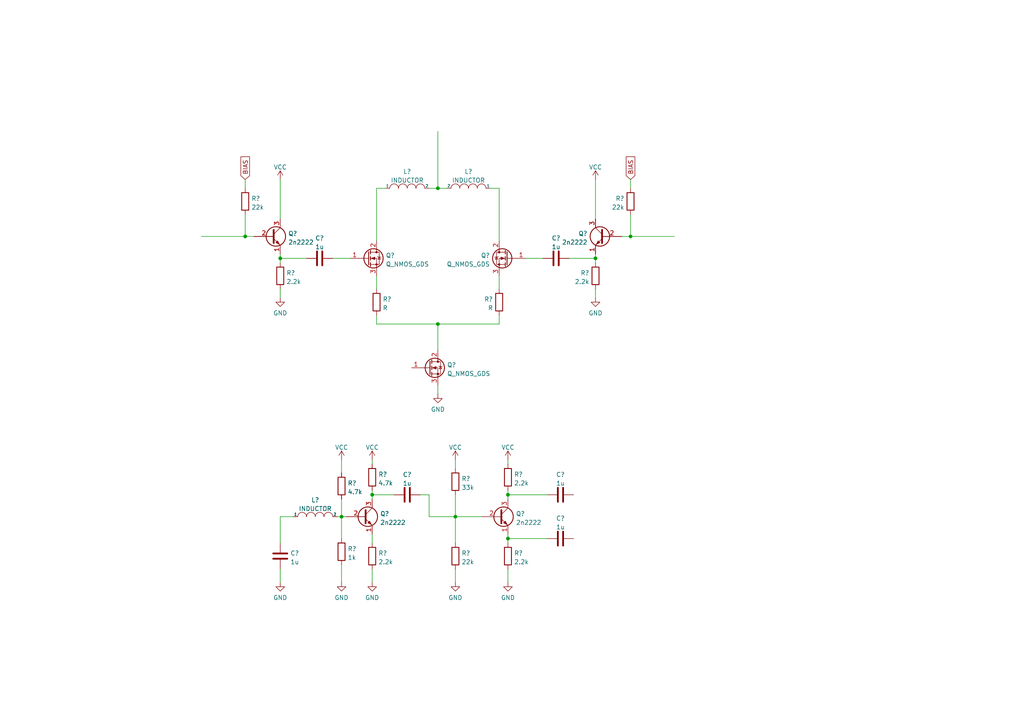
<source format=kicad_sch>
(kicad_sch (version 20211123) (generator eeschema)
  (paper "A4")
  (lib_symbols
    (symbol "Device:C" (pin_numbers hide) (pin_names (offset 0.254))
      (property "Reference" "C" (at 0.635 2.54 0))
      (property "Value" "C" (at 0.635 -2.54 0))
      (symbol "C_0_1"
        (polyline (pts (xy -2.032 -0.762) (xy 2.032 -0.762)) (stroke (width 0.508)))
        (polyline (pts (xy -2.032 0.762) (xy 2.032 0.762)) (stroke (width 0.508)))
      )
      (symbol "C_1_1"
        (pin passive line (at 0 3.81 270) (length 2.794) (name "~") (number "1"))
        (pin passive line (at 0 -3.81 90) (length 2.794) (name "~") (number "2"))
      )
    )
    (symbol "Device:Q_NMOS_GDS" (pin_names (offset 0) hide)
      (property "Reference" "Q" (at 5.08 1.27 0))
      (property "Value" "Q_NMOS_GDS" (at 5.08 -1.27 0))
      (symbol "Q_NMOS_GDS_0_1"
        (polyline (pts (xy 0.254 0) (xy -2.54 0)))
        (polyline (pts (xy 0.254 1.905) (xy 0.254 -1.905)) (stroke (width 0.254)))
        (polyline (pts (xy 0.762 -1.27) (xy 0.762 -2.286)) (stroke (width 0.254)))
        (polyline (pts (xy 0.762 0.508) (xy 0.762 -0.508)) (stroke (width 0.254)))
        (polyline (pts (xy 0.762 2.286) (xy 0.762 1.27)) (stroke (width 0.254)))
        (polyline (pts (xy 2.54 2.54) (xy 2.54 1.778)))
        (polyline (pts (xy 2.54 -2.54) (xy 2.54 0) (xy 0.762 0)))
        (polyline (pts (xy 0.762 -1.778) (xy 3.302 -1.778) (xy 3.302 1.778) (xy 0.762 1.778)))
        (polyline (pts (xy 1.016 0) (xy 2.032 0.381) (xy 2.032 -0.381) (xy 1.016 0)) (fill (type outline)))
        (polyline (pts (xy 2.794 0.508) (xy 2.921 0.381) (xy 3.683 0.381) (xy 3.81 0.254)))
        (polyline (pts (xy 3.302 0.381) (xy 2.921 -0.254) (xy 3.683 -0.254) (xy 3.302 0.381)))
        (circle (center 1.651 0) (radius 2.794) (stroke (width 0.254)))
        (circle (center 2.54 -1.778) (radius 0.254) (fill (type outline)))
        (circle (center 2.54 1.778) (radius 0.254) (fill (type outline)))
      )
      (symbol "Q_NMOS_GDS_1_1"
        (pin input line (at -5.08 0 0) (length 2.54) (name "G") (number "1"))
        (pin passive line (at 2.54 5.08 270) (length 2.54) (name "D") (number "2"))
        (pin passive line (at 2.54 -5.08 90) (length 2.54) (name "S") (number "3"))
      )
    )
    (symbol "Device:Q_NPN_EBC" (pin_names (offset 0) hide)
      (property "Reference" "Q" (at 5.08 1.27 0))
      (property "Value" "Q_NPN_EBC" (at 5.08 -1.27 0))
      (symbol "Q_NPN_EBC_0_1"
        (polyline (pts (xy 0.635 0.635) (xy 2.54 2.54)))
        (polyline (pts (xy 0.635 -0.635) (xy 2.54 -2.54) (xy 2.54 -2.54)))
        (polyline (pts (xy 0.635 1.905) (xy 0.635 -1.905) (xy 0.635 -1.905)) (stroke (width 0.508)))
        (polyline (pts (xy 1.27 -1.778) (xy 1.778 -1.27) (xy 2.286 -2.286) (xy 1.27 -1.778) (xy 1.27 -1.778)) (fill (type outline)))
        (circle (center 1.27 0) (radius 2.8194) (stroke (width 0.254)))
      )
      (symbol "Q_NPN_EBC_1_1"
        (pin passive line (at 2.54 -5.08 90) (length 2.54) (name "E") (number "1"))
        (pin passive line (at -5.08 0 0) (length 5.715) (name "B") (number "2"))
        (pin passive line (at 2.54 5.08 270) (length 2.54) (name "C") (number "3"))
      )
    )
    (symbol "Device:R" (pin_numbers hide) (pin_names (offset 0))
      (property "Reference" "R" (at 2.032 0 90))
      (property "Value" "R" (at 0 0 90))
      (symbol "R_0_1"
        (rectangle (start -1.016 -2.54) (end 1.016 2.54) (stroke (width 0.254)))
      )
      (symbol "R_1_1"
        (pin passive line (at 0 3.81 270) (length 1.27) (name "~") (number "1"))
        (pin passive line (at 0 -3.81 90) (length 1.27) (name "~") (number "2"))
      )
    )
    (symbol "power:GND" (power) (pin_names (offset 0))
      (property "Value" "GND" (at 0 -3.81 0))
      (symbol "GND_0_1"
        (polyline (pts (xy 0 0) (xy 0 -1.27) (xy 1.27 -1.27) (xy 0 -2.54) (xy -1.27 -1.27) (xy 0 -1.27)))
      )
      (symbol "GND_1_1"
        (pin power_in line (at 0 0 270) (length 0) hide (name "GND") (number "1"))
      )
    )
    (symbol "power:VCC" (power) (pin_names (offset 0))
      (property "Value" "VCC" (at 0 3.81 0))
      (symbol "VCC_0_1"
        (polyline (pts (xy -0.762 1.27) (xy 0 2.54)))
        (polyline (pts (xy 0 0) (xy 0 2.54)))
        (polyline (pts (xy 0 2.54) (xy 0.762 1.27)))
      )
      (symbol "VCC_1_1"
        (pin power_in line (at 0 0 90) (length 0) hide (name "VCC") (number "1"))
      )
    )
    (symbol "pspice:INDUCTOR" (pin_numbers hide) (pin_names (offset 0))
      (property "Reference" "L" (at 0 2.54 0))
      (property "Value" "INDUCTOR" (at 0 -1.27 0))
      (symbol "INDUCTOR_0_1"
        (arc (start -2.54 0) (mid -3.81 1.27) (end -5.08 0))
        (arc (start 0 0) (mid -1.27 1.27) (end -2.54 0))
        (arc (start 2.54 0) (mid 1.27 1.27) (end 0 0))
        (arc (start 5.08 0) (mid 3.81 1.27) (end 2.54 0))
      )
      (symbol "INDUCTOR_1_1"
        (pin input line (at -6.35 0 0) (length 1.27) (name "1") (number "1"))
        (pin input line (at 6.35 0 180) (length 1.27) (name "2") (number "2"))
      )
    )
  )
  (junction (at 71.12 68.58))
  (junction (at 107.95 143.51))
  (junction (at 127 54.61))
  (junction (at 127 93.98))
  (junction (at 172.72 74.93))
  (junction (at 147.32 143.51))
  (junction (at 81.28 74.93))
  (junction (at 132.08 149.86))
  (junction (at 147.32 156.21))
  (junction (at 182.88 68.58))
  (junction (at 99.06 149.86))
  (wire (pts (xy 81.28 83.82) (xy 81.28 86.36)))
  (wire (pts (xy 81.28 74.93) (xy 88.9 74.93)))
  (wire (pts (xy 81.28 149.86) (xy 85.09 149.86)))
  (wire (pts (xy 81.28 149.86) (xy 81.28 157.48)))
  (wire (pts (xy 109.22 80.01) (xy 109.22 83.82)))
  (wire (pts (xy 144.78 54.61) (xy 142.24 54.61)))
  (wire (pts (xy 182.88 52.07) (xy 182.88 54.61)))
  (wire (pts (xy 109.22 91.44) (xy 109.22 93.98)))
  (wire (pts (xy 195.58 68.58) (xy 182.88 68.58)))
  (wire (pts (xy 71.12 68.58) (xy 73.66 68.58)))
  (wire (pts (xy 127 54.61) (xy 129.54 54.61)))
  (wire (pts (xy 132.08 143.51) (xy 132.08 149.86)))
  (wire (pts (xy 99.06 149.86) (xy 97.79 149.86)))
  (wire (pts (xy 172.72 83.82) (xy 172.72 86.36)))
  (wire (pts (xy 81.28 52.07) (xy 81.28 63.5)))
  (wire (pts (xy 147.32 165.1) (xy 147.32 168.91)))
  (wire (pts (xy 107.95 133.35) (xy 107.95 134.62)))
  (wire (pts (xy 124.46 149.86) (xy 132.08 149.86)))
  (wire (pts (xy 132.08 149.86) (xy 139.7 149.86)))
  (wire (pts (xy 100.33 149.86) (xy 99.06 149.86)))
  (wire (pts (xy 172.72 52.07) (xy 172.72 63.5)))
  (wire (pts (xy 99.06 163.83) (xy 99.06 168.91)))
  (wire (pts (xy 81.28 76.2) (xy 81.28 74.93)))
  (wire (pts (xy 157.48 74.93) (xy 152.4 74.93)))
  (wire (pts (xy 147.32 156.21) (xy 158.75 156.21)))
  (wire (pts (xy 71.12 62.23) (xy 71.12 68.58)))
  (wire (pts (xy 99.06 133.35) (xy 99.06 137.16)))
  (wire (pts (xy 182.88 68.58) (xy 180.34 68.58)))
  (wire (pts (xy 172.72 74.93) (xy 172.72 73.66)))
  (wire (pts (xy 127 93.98) (xy 144.78 93.98)))
  (wire (pts (xy 172.72 76.2) (xy 172.72 74.93)))
  (wire (pts (xy 99.06 149.86) (xy 99.06 156.21)))
  (wire (pts (xy 99.06 144.78) (xy 99.06 149.86)))
  (wire (pts (xy 144.78 80.01) (xy 144.78 83.82)))
  (wire (pts (xy 132.08 133.35) (xy 132.08 135.89)))
  (wire (pts (xy 107.95 165.1) (xy 107.95 168.91)))
  (wire (pts (xy 124.46 54.61) (xy 127 54.61)))
  (wire (pts (xy 109.22 54.61) (xy 111.76 54.61)))
  (wire (pts (xy 132.08 165.1) (xy 132.08 168.91)))
  (wire (pts (xy 144.78 54.61) (xy 144.78 69.85)))
  (wire (pts (xy 58.42 68.58) (xy 71.12 68.58)))
  (wire (pts (xy 107.95 154.94) (xy 107.95 157.48)))
  (wire (pts (xy 127 93.98) (xy 127 101.6)))
  (wire (pts (xy 147.32 154.94) (xy 147.32 156.21)))
  (wire (pts (xy 107.95 143.51) (xy 114.3 143.51)))
  (wire (pts (xy 81.28 74.93) (xy 81.28 73.66)))
  (wire (pts (xy 107.95 142.24) (xy 107.95 143.51)))
  (wire (pts (xy 147.32 142.24) (xy 147.32 143.51)))
  (wire (pts (xy 127 38.1) (xy 127 54.61)))
  (wire (pts (xy 147.32 143.51) (xy 147.32 144.78)))
  (wire (pts (xy 147.32 133.35) (xy 147.32 134.62)))
  (wire (pts (xy 124.46 143.51) (xy 124.46 149.86)))
  (wire (pts (xy 132.08 157.48) (xy 132.08 149.86)))
  (wire (pts (xy 172.72 74.93) (xy 165.1 74.93)))
  (wire (pts (xy 182.88 62.23) (xy 182.88 68.58)))
  (wire (pts (xy 147.32 156.21) (xy 147.32 157.48)))
  (wire (pts (xy 107.95 143.51) (xy 107.95 144.78)))
  (wire (pts (xy 127 111.76) (xy 127 114.3)))
  (wire (pts (xy 109.22 93.98) (xy 127 93.98)))
  (wire (pts (xy 71.12 52.07) (xy 71.12 54.61)))
  (wire (pts (xy 96.52 74.93) (xy 101.6 74.93)))
  (wire (pts (xy 81.28 165.1) (xy 81.28 168.91)))
  (wire (pts (xy 109.22 54.61) (xy 109.22 69.85)))
  (wire (pts (xy 147.32 143.51) (xy 158.75 143.51)))
  (wire (pts (xy 121.92 143.51) (xy 124.46 143.51)))
  (wire (pts (xy 144.78 93.98) (xy 144.78 91.44)))
  (global_label "BIAS" (shape input) (at 71.12 52.07 90) (property "Intersheet References" "${INTERSHEET_REFS}" (effects hide)))
  (global_label "BIAS" (shape input) (at 182.88 52.07 90) (property "Intersheet References" "${INTERSHEET_REFS}" (effects hide)))
  (symbol (lib_id "Device:R") (at 144.78 87.63 0) (mirror y) (unit 1)
    (property "Reference" "R?" (at 143.002 86.7953 0) (effects (justify left)))
    (property "Value" "R" (at 143.002 89.3322 0) (effects (justify left)))
  )
  (symbol (lib_id "Device:R") (at 99.06 160.02 0) (unit 1)
    (property "Reference" "R?" (at 100.838 159.1853 0) (effects (justify left)))
    (property "Value" "1k" (at 100.838 161.7222 0) (effects (justify left)))
  )
  (symbol (lib_id "Device:Q_NMOS_GDS") (at 106.68 74.93 0) (unit 1)
    (property "Reference" "Q?" (at 111.887 74.0953 0) (effects (justify left)))
    (property "Value" "Q_NMOS_GDS" (at 111.887 76.6322 0) (effects (justify left)))
  )
  (symbol (lib_id "power:GND") (at 81.28 168.91 0) (unit 1)
    (property "Reference" "#PWR?" (effects hide))
    (property "Value" "GND" (at 81.28 173.3534 0))
  )
  (symbol (lib_id "power:GND") (at 172.72 86.36 0) (mirror y) (unit 1)
    (property "Reference" "#PWR?" (effects hide))
    (property "Value" "GND" (at 172.72 90.8034 0))
  )
  (symbol (lib_id "Device:R") (at 132.08 139.7 0) (unit 1)
    (property "Reference" "R?" (at 133.858 138.8653 0) (effects (justify left)))
    (property "Value" "33k" (at 133.858 141.4022 0) (effects (justify left)))
  )
  (symbol (lib_id "power:VCC") (at 107.95 133.35 0) (unit 1)
    (property "Reference" "#PWR?" (effects hide))
    (property "Value" "VCC" (at 107.95 129.7742 0))
  )
  (symbol (lib_id "power:VCC") (at 172.72 52.07 0) (mirror y) (unit 1)
    (property "Reference" "#PWR?" (effects hide))
    (property "Value" "VCC" (at 172.72 48.4942 0))
  )
  (symbol (lib_id "Device:R") (at 182.88 58.42 0) (mirror y) (unit 1)
    (property "Reference" "R?" (at 181.102 57.5853 0) (effects (justify left)))
    (property "Value" "22k" (at 181.102 60.1222 0) (effects (justify left)))
  )
  (symbol (lib_id "Device:C") (at 162.56 143.51 90) (unit 1)
    (property "Reference" "C?" (at 162.56 137.6512 90))
    (property "Value" "1u" (at 162.56 140.1881 90))
  )
  (symbol (lib_id "power:GND") (at 147.32 168.91 0) (unit 1)
    (property "Reference" "#PWR?" (effects hide))
    (property "Value" "GND" (at 147.32 173.3534 0))
  )
  (symbol (lib_id "Device:C") (at 92.71 74.93 90) (unit 1)
    (property "Reference" "C?" (at 92.71 69.0712 90))
    (property "Value" "1u" (at 92.71 71.6081 90))
  )
  (symbol (lib_id "Device:C") (at 161.29 74.93 270) (mirror x) (unit 1)
    (property "Reference" "C?" (at 161.29 69.0712 90))
    (property "Value" "1u" (at 161.29 71.6081 90))
  )
  (symbol (lib_id "pspice:INDUCTOR") (at 118.11 54.61 0) (unit 1)
    (property "Reference" "L?" (at 118.11 49.7672 0))
    (property "Value" "INDUCTOR" (at 118.11 52.3041 0))
  )
  (symbol (lib_id "power:GND") (at 81.28 86.36 0) (unit 1)
    (property "Reference" "#PWR?" (effects hide))
    (property "Value" "GND" (at 81.28 90.8034 0))
  )
  (symbol (lib_id "power:GND") (at 99.06 168.91 0) (unit 1)
    (property "Reference" "#PWR?" (effects hide))
    (property "Value" "GND" (at 99.06 173.3534 0))
  )
  (symbol (lib_id "Device:R") (at 81.28 80.01 0) (unit 1)
    (property "Reference" "R?" (at 83.058 79.1753 0) (effects (justify left)))
    (property "Value" "2.2k" (at 83.058 81.7122 0) (effects (justify left)))
  )
  (symbol (lib_id "power:VCC") (at 81.28 52.07 0) (unit 1)
    (property "Reference" "#PWR?" (effects hide))
    (property "Value" "VCC" (at 81.28 48.4942 0))
  )
  (symbol (lib_id "Device:C") (at 162.56 156.21 90) (unit 1)
    (property "Reference" "C?" (at 162.56 150.3512 90))
    (property "Value" "1u" (at 162.56 152.8881 90))
  )
  (symbol (lib_id "power:GND") (at 127 114.3 0) (mirror y) (unit 1)
    (property "Reference" "#PWR?" (effects hide))
    (property "Value" "GND" (at 127 118.7434 0))
  )
  (symbol (lib_id "Device:R") (at 109.22 87.63 0) (unit 1)
    (property "Reference" "R?" (at 110.998 86.7953 0) (effects (justify left)))
    (property "Value" "R" (at 110.998 89.3322 0) (effects (justify left)))
  )
  (symbol (lib_id "Device:Q_NPN_EBC") (at 78.74 68.58 0) (unit 1)
    (property "Reference" "Q?" (at 83.5914 67.7453 0) (effects (justify left)))
    (property "Value" "2n2222" (at 83.5914 70.2822 0) (effects (justify left)))
  )
  (symbol (lib_id "Device:R") (at 147.32 161.29 0) (unit 1)
    (property "Reference" "R?" (at 149.098 160.4553 0) (effects (justify left)))
    (property "Value" "2.2k" (at 149.098 162.9922 0) (effects (justify left)))
  )
  (symbol (lib_id "power:VCC") (at 147.32 133.35 0) (unit 1)
    (property "Reference" "#PWR?" (effects hide))
    (property "Value" "VCC" (at 147.32 129.7742 0))
  )
  (symbol (lib_id "pspice:INDUCTOR") (at 135.89 54.61 0) (mirror y) (unit 1)
    (property "Reference" "L?" (at 135.89 49.7672 0))
    (property "Value" "INDUCTOR" (at 135.89 52.3041 0))
  )
  (symbol (lib_id "Device:Q_NPN_EBC") (at 144.78 149.86 0) (unit 1)
    (property "Reference" "Q?" (at 149.6314 149.0253 0) (effects (justify left)))
    (property "Value" "2n2222" (at 149.6314 151.5622 0) (effects (justify left)))
  )
  (symbol (lib_id "power:VCC") (at 132.08 133.35 0) (unit 1)
    (property "Reference" "#PWR?" (effects hide))
    (property "Value" "VCC" (at 132.08 129.7742 0))
  )
  (symbol (lib_id "Device:Q_NMOS_GDS") (at 124.46 106.68 0) (unit 1)
    (property "Reference" "Q?" (at 129.667 105.8453 0) (effects (justify left)))
    (property "Value" "Q_NMOS_GDS" (at 129.667 108.3822 0) (effects (justify left)))
  )
  (symbol (lib_id "Device:R") (at 99.06 140.97 0) (unit 1)
    (property "Reference" "R?" (at 100.838 140.1353 0) (effects (justify left)))
    (property "Value" "4.7k" (at 100.838 142.6722 0) (effects (justify left)))
  )
  (symbol (lib_id "power:VCC") (at 99.06 133.35 0) (unit 1)
    (property "Reference" "#PWR?" (effects hide))
    (property "Value" "VCC" (at 99.06 129.7742 0))
  )
  (symbol (lib_id "Device:R") (at 147.32 138.43 0) (unit 1)
    (property "Reference" "R?" (at 149.098 137.5953 0) (effects (justify left)))
    (property "Value" "2.2k" (at 149.098 140.1322 0) (effects (justify left)))
  )
  (symbol (lib_id "Device:Q_NMOS_GDS") (at 147.32 74.93 0) (mirror y) (unit 1)
    (property "Reference" "Q?" (at 142.113 74.0953 0) (effects (justify left)))
    (property "Value" "Q_NMOS_GDS" (at 142.113 76.6322 0) (effects (justify left)))
  )
  (symbol (lib_id "Device:C") (at 118.11 143.51 90) (unit 1)
    (property "Reference" "C?" (at 118.11 137.6512 90))
    (property "Value" "1u" (at 118.11 140.1881 90))
  )
  (symbol (lib_id "Device:Q_NPN_EBC") (at 105.41 149.86 0) (unit 1)
    (property "Reference" "Q?" (at 110.2614 149.0253 0) (effects (justify left)))
    (property "Value" "2n2222" (at 110.2614 151.5622 0) (effects (justify left)))
  )
  (symbol (lib_id "power:GND") (at 107.95 168.91 0) (unit 1)
    (property "Reference" "#PWR?" (effects hide))
    (property "Value" "GND" (at 107.95 173.3534 0))
  )
  (symbol (lib_id "power:GND") (at 132.08 168.91 0) (unit 1)
    (property "Reference" "#PWR?" (effects hide))
    (property "Value" "GND" (at 132.08 173.3534 0))
  )
  (symbol (lib_id "Device:R") (at 107.95 138.43 0) (unit 1)
    (property "Reference" "R?" (at 109.728 137.5953 0) (effects (justify left)))
    (property "Value" "4.7k" (at 109.728 140.1322 0) (effects (justify left)))
  )
  (symbol (lib_id "Device:C") (at 81.28 161.29 0) (unit 1)
    (property "Reference" "C?" (at 84.201 160.4553 0) (effects (justify left)))
    (property "Value" "1u" (at 84.201 162.9922 0) (effects (justify left)))
  )
  (symbol (lib_id "Device:Q_NPN_EBC") (at 175.26 68.58 0) (mirror y) (unit 1)
    (property "Reference" "Q?" (at 170.4086 67.7453 0) (effects (justify left)))
    (property "Value" "2n2222" (at 170.4086 70.2822 0) (effects (justify left)))
  )
  (symbol (lib_id "Device:R") (at 132.08 161.29 0) (unit 1)
    (property "Reference" "R?" (at 133.858 160.4553 0) (effects (justify left)))
    (property "Value" "22k" (at 133.858 162.9922 0) (effects (justify left)))
  )
  (symbol (lib_id "Device:R") (at 107.95 161.29 0) (unit 1)
    (property "Reference" "R?" (at 109.728 160.4553 0) (effects (justify left)))
    (property "Value" "2.2k" (at 109.728 162.9922 0) (effects (justify left)))
  )
  (symbol (lib_id "Device:R") (at 172.72 80.01 0) (mirror y) (unit 1)
    (property "Reference" "R?" (at 170.942 79.1753 0) (effects (justify left)))
    (property "Value" "2.2k" (at 170.942 81.7122 0) (effects (justify left)))
  )
  (symbol (lib_id "Device:R") (at 71.12 58.42 0) (unit 1)
    (property "Reference" "R?" (at 72.898 57.5853 0) (effects (justify left)))
    (property "Value" "22k" (at 72.898 60.1222 0) (effects (justify left)))
  )
  (symbol (lib_id "pspice:INDUCTOR") (at 91.44 149.86 0) (unit 1)
    (property "Reference" "L?" (at 91.44 145.0172 0))
    (property "Value" "INDUCTOR" (at 91.44 147.5541 0))
  )
)
</source>
